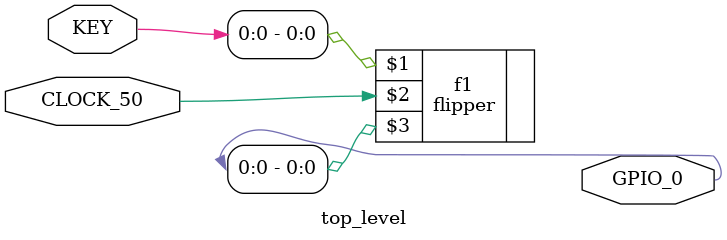
<source format=v>
module top_level(
    input CLOCK_50,
    input[1:0] KEY,
    output[3:0] GPIO_0
);
    flipper f1(KEY[0], CLOCK_50, GPIO_0[0]);
endmodule

</source>
